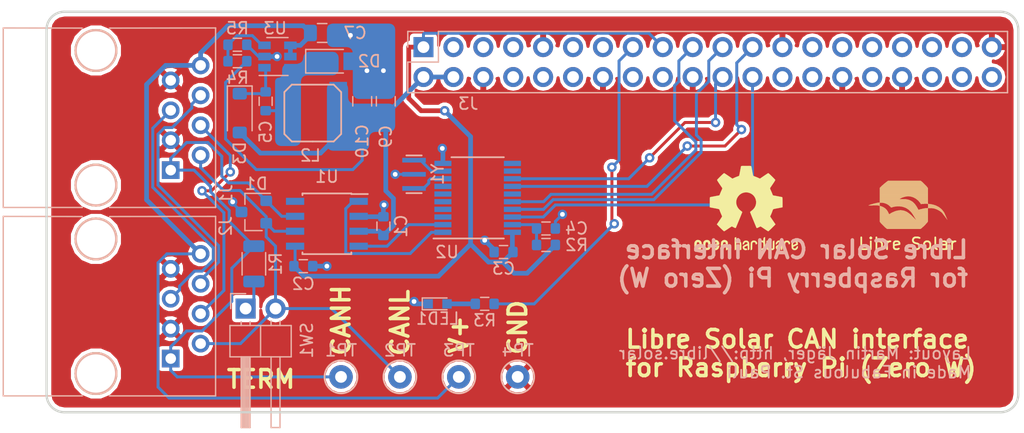
<source format=kicad_pcb>
(kicad_pcb (version 20170922) (host pcbnew "(2017-11-18 revision ff5ee05de)-makepkg")
  (layers (0 F.Cu signal) (31 B.Cu signal) (34 B.Paste user) (35 F.Paste user) (36 B.SilkS user) (37 F.SilkS user) (38 B.Mask user) (39 F.Mask user) (44 Edge.Cuts user))
  (net 0 "")
  (net 1 /CAN_H)
  (net 2 /CAN_L)
  (net 3 /CAN_V+)
  (net 4 /CAN_SHLD)
  (net 5 /RJ45_5)
  (net 6 /RJ45_4)
  (net 7 "Net-(R1-Pad1)")
  (net 8 "Net-(J3-Pad3)")
  (net 9 "Net-(J3-Pad5)")
  (net 10 "Net-(J3-Pad7)")
  (net 11 "Net-(J3-Pad8)")
  (net 12 "Net-(U1-Pad8)")
  (net 13 "Net-(J3-Pad40)")
  (net 14 "Net-(J3-Pad38)")
  (net 15 "Net-(J3-Pad37)")
  (net 16 "Net-(J3-Pad36)")
  (net 17 "Net-(J3-Pad35)")
  (net 18 "Net-(J3-Pad33)")
  (net 19 "Net-(J3-Pad32)")
  (net 20 "Net-(J3-Pad31)")
  (net 21 "Net-(J3-Pad29)")
  (net 22 "Net-(J3-Pad28)")
  (net 23 "Net-(J3-Pad27)")
  (net 24 "Net-(J3-Pad26)")
  (net 25 "Net-(J3-Pad18)")
  (net 26 "Net-(J3-Pad16)")
  (net 27 "Net-(J3-Pad13)")
  (net 28 "Net-(J3-Pad12)")
  (net 29 "Net-(J3-Pad11)")
  (net 30 "Net-(J3-Pad10)")
  (net 31 GND)
  (net 32 /SPI_CE0)
  (net 33 /SPI_SCLK)
  (net 34 /CAN_INT)
  (net 35 /SPI_MISO)
  (net 36 /SPI_MOSI)
  (net 37 +3V3)
  (net 38 /LED1)
  (net 39 +5V)
  (net 40 "Net-(C5-Pad1)")
  (net 41 "Net-(R4-Pad2)")
  (net 42 "Net-(C5-Pad2)")
  (net 43 /OSC1)
  (net 44 /OSC2)
  (net 45 "Net-(LED1-Pad2)")
  (net 46 "Net-(C4-Pad1)")
  (net 47 /RXCAN)
  (net 48 /TXCAN)
  (net 49 "Net-(U2-Pad15)")
  (net 50 /TX0BF)
  (net 51 /RX1BF)
  (net 52 /TX2RTS)
  (net 53 "Net-(U2-Pad6)")
  (net 54 /TX1RTS)
  (net 55 /TX0RTS)
  (net 56 "Net-(U2-Pad3)")
  (module Symbols:OSHW-Logo2_9.8x8mm_SilkScreen (layer F.Cu) (at 189.4 81.8)
    (fp_text reference LOGO1 hide)
    (fp_text value Logo_Open_Hardware hide)
  )
  (module LibreSolar:C_0603_1608 (layer B.Cu) (at 172.4 83.4)
    (fp_text reference C4 (at 2.6 0) (layer B.SilkS) (effects (justify mirror)))
    (fp_text value 100n)
    (pad 2 smd roundrect (at 0.8 0) (size 0.8 0.9) (layers B.Cu B.Paste B.Mask) (roundrect_rratio 0.2) (net 31 GND))
    (pad 1 smd roundrect (at -0.8 0) (size 0.8 0.9) (layers B.Cu B.Paste B.Mask) (roundrect_rratio 0.2) (net 46 "Net-(C4-Pad1)"))
  )
  (module LibreSolar:R_1206_3216 (layer B.Cu) (at 147.6 86.4 90)
    (fp_text reference R1 (at 0 1.85 270) (layer B.SilkS) (effects (justify mirror)))
    (fp_text value 120)
    (pad 1 smd roundrect (at -1.5 0 90) (size 1 1.8) (layers B.Cu B.Paste B.Mask) (roundrect_rratio 0.2) (net 7 "Net-(R1-Pad1)"))
    (pad 2 smd roundrect (at 1.5 0 90) (size 1 1.8) (layers B.Cu B.Paste B.Mask) (roundrect_rratio 0.2) (net 1 /CAN_H))
  )
  (module LibreSolar:L_WE-TPC-4818 (layer B.Cu) (at 152.6 73.6)
    (fp_text reference L2 (at -0.2 3.6) (layer B.SilkS) (effects (justify mirror)))
    (fp_text value 22uH)
    (pad 2 smd rect (at 2.159 0) (size 1.50114 5.30098) (layers B.Cu B.Paste B.Mask) (net 39 +5V))
    (pad 1 smd rect (at -2.159 0) (size 1.50114 5.30098) (layers B.Cu B.Paste B.Mask) (net 42 "Net-(C5-Pad2)"))
  )
  (module LibreSolar:C_0805_2012 (layer B.Cu) (at 153.4 66.8)
    (fp_text reference C7 (at 2.8 0) (layer B.SilkS) (effects (justify mirror)))
    (fp_text value 10u)
    (pad 1 smd roundrect (at -1 0) (size 1.1 1.4) (layers B.Cu B.Paste B.Mask) (roundrect_rratio 0.2) (net 3 /CAN_V+))
    (pad 2 smd roundrect (at 1 0) (size 1.1 1.4) (layers B.Cu B.Paste B.Mask) (roundrect_rratio 0.2) (net 31 GND))
  )
  (module LibreSolar:D_SOD-123 (layer B.Cu) (at 146.4 73.6 270)
    (fp_text reference D3 (at 3.4 0 270) (layer B.SilkS) (effects (justify mirror)))
    (fp_text value 1N4148W)
    (pad 2 smd roundrect (at 1.65 0 270) (size 1 1.2) (layers B.Cu B.Paste B.Mask) (roundrect_rratio 0.2) (net 39 +5V))
    (pad 1 smd roundrect (at -1.65 0 270) (size 1 1.2) (layers B.Cu B.Paste B.Mask) (roundrect_rratio 0.2) (net 40 "Net-(C5-Pad1)"))
  )
  (module LibreSolar:LIBRESOLAR_LOGO (layer F.Cu) (at 200.8 83.4)
    (fp_text reference N1 hide)
    (fp_text value LIBRESOLAR_LOGO hide)
    (fp_text user "Libre Solar" (at 2.3 1.3) (layer F.SilkS))
  )
  (module Pin_Headers:Pin_Header_Angled_1x02_Pitch2.54mm (layer B.Cu) (at 146.9 90.2 270)
    (fp_text reference SW1 (at 2.7 -5.2 270) (layer B.SilkS) (effects (justify mirror)))
    (fp_text value SW_SPST)
    (pad 2 thru_hole oval (at 0 -2.54 270) (size 1.7 1.7) (drill 1) (layers *.Cu *.Mask) (net 2 /CAN_L))
    (pad 1 thru_hole rect (at 0 0 270) (size 1.7 1.7) (drill 1) (layers *.Cu *.Mask) (net 7 "Net-(R1-Pad1)"))
  )
  (module Diodes_SMD:D_PowerDI-123 (layer B.Cu) (at 154.2 69.2)
    (fp_text reference D2 (at 3.2 0) (layer B.SilkS) (effects (justify mirror)))
    (fp_text value SS16FP)
    (pad 2 smd rect (at 1.525 0 180) (size 1.05 1.5) (layers B.Cu B.Paste B.Mask) (net 31 GND))
    (pad 1 smd rect (at -0.85 0 180) (size 2.4 1.5) (layers B.Cu B.Paste B.Mask) (net 42 "Net-(C5-Pad2)"))
  )
  (module Housings_SOIC:SOIC-8_3.9x4.9mm_Pitch1.27mm (layer B.Cu) (at 153.8 83 180)
    (fp_text reference U1 (at 0 4) (layer B.SilkS) (effects (justify mirror)))
    (fp_text value TJA1042T/3)
    (pad 8 smd rect (at 2.7 1.905 180) (size 1.55 0.6) (layers B.Cu B.Paste B.Mask) (net 12 "Net-(U1-Pad8)"))
    (pad 7 smd rect (at 2.7 0.635 180) (size 1.55 0.6) (layers B.Cu B.Paste B.Mask) (net 1 /CAN_H))
    (pad 6 smd rect (at 2.7 -0.635 180) (size 1.55 0.6) (layers B.Cu B.Paste B.Mask) (net 2 /CAN_L))
    (pad 5 smd rect (at 2.7 -1.905 180) (size 1.55 0.6) (layers B.Cu B.Paste B.Mask) (net 37 +3V3))
    (pad 4 smd rect (at -2.7 -1.905 180) (size 1.55 0.6) (layers B.Cu B.Paste B.Mask) (net 47 /RXCAN))
    (pad 3 smd rect (at -2.7 -0.635 180) (size 1.55 0.6) (layers B.Cu B.Paste B.Mask) (net 39 +5V))
    (pad 2 smd rect (at -2.7 0.635 180) (size 1.55 0.6) (layers B.Cu B.Paste B.Mask) (net 31 GND))
    (pad 1 smd rect (at -2.7 1.905 180) (size 1.55 0.6) (layers B.Cu B.Paste B.Mask) (net 48 /TXCAN))
  )
  (module Housings_SSOP:TSSOP-20_4.4x6.5mm_Pitch0.65mm (layer B.Cu) (at 166.6 80.8)
    (fp_text reference U2 (at -2.6 4.6) (layer B.SilkS) (effects (justify mirror)))
    (fp_text value MCP2515-I/ST)
    (pad 20 smd rect (at 2.95 2.925) (size 1.45 0.45) (layers B.Cu B.Paste B.Mask) (net 37 +3V3))
    (pad 19 smd rect (at 2.95 2.275) (size 1.45 0.45) (layers B.Cu B.Paste B.Mask) (net 46 "Net-(C4-Pad1)"))
    (pad 18 smd rect (at 2.95 1.625) (size 1.45 0.45) (layers B.Cu B.Paste B.Mask) (net 32 /SPI_CE0))
    (pad 17 smd rect (at 2.95 0.975) (size 1.45 0.45) (layers B.Cu B.Paste B.Mask) (net 35 /SPI_MISO))
    (pad 16 smd rect (at 2.95 0.325) (size 1.45 0.45) (layers B.Cu B.Paste B.Mask) (net 36 /SPI_MOSI))
    (pad 15 smd rect (at 2.95 -0.325) (size 1.45 0.45) (layers B.Cu B.Paste B.Mask) (net 49 "Net-(U2-Pad15)"))
    (pad 14 smd rect (at 2.95 -0.975) (size 1.45 0.45) (layers B.Cu B.Paste B.Mask) (net 33 /SPI_SCLK))
    (pad 13 smd rect (at 2.95 -1.625) (size 1.45 0.45) (layers B.Cu B.Paste B.Mask) (net 34 /CAN_INT))
    (pad 12 smd rect (at 2.95 -2.275) (size 1.45 0.45) (layers B.Cu B.Paste B.Mask) (net 50 /TX0BF))
    (pad 11 smd rect (at 2.95 -2.925) (size 1.45 0.45) (layers B.Cu B.Paste B.Mask) (net 51 /RX1BF))
    (pad 10 smd rect (at -2.95 -2.925) (size 1.45 0.45) (layers B.Cu B.Paste B.Mask) (net 31 GND))
    (pad 9 smd rect (at -2.95 -2.275) (size 1.45 0.45) (layers B.Cu B.Paste B.Mask) (net 43 /OSC1))
    (pad 8 smd rect (at -2.95 -1.625) (size 1.45 0.45) (layers B.Cu B.Paste B.Mask) (net 44 /OSC2))
    (pad 7 smd rect (at -2.95 -0.975) (size 1.45 0.45) (layers B.Cu B.Paste B.Mask) (net 52 /TX2RTS))
    (pad 6 smd rect (at -2.95 -0.325) (size 1.45 0.45) (layers B.Cu B.Paste B.Mask) (net 53 "Net-(U2-Pad6)"))
    (pad 5 smd rect (at -2.95 0.325) (size 1.45 0.45) (layers B.Cu B.Paste B.Mask) (net 54 /TX1RTS))
    (pad 4 smd rect (at -2.95 0.975) (size 1.45 0.45) (layers B.Cu B.Paste B.Mask) (net 55 /TX0RTS))
    (pad 3 smd rect (at -2.95 1.625) (size 1.45 0.45) (layers B.Cu B.Paste B.Mask) (net 56 "Net-(U2-Pad3)"))
    (pad 2 smd rect (at -2.95 2.275) (size 1.45 0.45) (layers B.Cu B.Paste B.Mask) (net 47 /RXCAN))
    (pad 1 smd rect (at -2.95 2.925) (size 1.45 0.45) (layers B.Cu B.Paste B.Mask) (net 48 /TXCAN))
  )
  (module LEDs:LED_0603 (layer B.Cu) (at 163.2 89.8)
    (fp_text reference LED1 (at 0 1.25) (layer B.SilkS) (effects (justify mirror)))
    (fp_text value LED)
    (pad 1 smd rect (at -0.8 0 180) (size 0.8 0.8) (layers B.Cu B.Paste B.Mask) (net 31 GND))
    (pad 2 smd rect (at 0.8 0 180) (size 0.8 0.8) (layers B.Cu B.Paste B.Mask) (net 45 "Net-(LED1-Pad2)"))
  )
  (module LibreSolar:C_0603_1608 (layer B.Cu) (at 151.8 86.6)
    (fp_text reference C2 (at 0 1.5) (layer B.SilkS) (effects (justify mirror)))
    (fp_text value 100n)
    (pad 2 smd roundrect (at 0.8 0) (size 0.8 0.9) (layers B.Cu B.Paste B.Mask) (roundrect_rratio 0.2) (net 31 GND))
    (pad 1 smd roundrect (at -0.8 0) (size 0.8 0.9) (layers B.Cu B.Paste B.Mask) (roundrect_rratio 0.2) (net 37 +3V3))
  )
  (module LibreSolar:C_0603_1608 (layer B.Cu) (at 168.8 85.4 180)
    (fp_text reference C3 (at 0 -1.4) (layer B.SilkS) (effects (justify mirror)))
    (fp_text value 100n)
    (pad 1 smd roundrect (at -0.8 0 180) (size 0.8 0.9) (layers B.Cu B.Paste B.Mask) (roundrect_rratio 0.2) (net 37 +3V3))
    (pad 2 smd roundrect (at 0.8 0 180) (size 0.8 0.9) (layers B.Cu B.Paste B.Mask) (roundrect_rratio 0.2) (net 31 GND))
  )
  (module LibreSolar:C_0603_1608 (layer B.Cu) (at 148.6 72.6 270)
    (fp_text reference C5 (at 2.6 0 270) (layer B.SilkS) (effects (justify mirror)))
    (fp_text value 100n)
    (pad 1 smd roundrect (at -0.8 0 270) (size 0.8 0.9) (layers B.Cu B.Paste B.Mask) (roundrect_rratio 0.2) (net 40 "Net-(C5-Pad1)"))
    (pad 2 smd roundrect (at 0.8 0 270) (size 0.8 0.9) (layers B.Cu B.Paste B.Mask) (roundrect_rratio 0.2) (net 42 "Net-(C5-Pad2)"))
  )
  (module LibreSolar:C_0603_1608 (layer B.Cu) (at 158.6 83.2 90)
    (fp_text reference C1 (at 0 1.5 90) (layer B.SilkS) (effects (justify mirror)))
    (fp_text value 100n)
    (pad 1 smd roundrect (at -0.8 0 90) (size 0.8 0.9) (layers B.Cu B.Paste B.Mask) (roundrect_rratio 0.2) (net 39 +5V))
    (pad 2 smd roundrect (at 0.8 0 90) (size 0.8 0.9) (layers B.Cu B.Paste B.Mask) (roundrect_rratio 0.2) (net 31 GND))
  )
  (module LibreSolar:C_0805_2012 (layer B.Cu) (at 158.8 72.6 90)
    (fp_text reference C9 (at -3 0 270) (layer B.SilkS) (effects (justify mirror)))
    (fp_text value 10u)
    (pad 2 smd roundrect (at 1 0 90) (size 1.1 1.4) (layers B.Cu B.Paste B.Mask) (roundrect_rratio 0.2) (net 31 GND))
    (pad 1 smd roundrect (at -1 0 90) (size 1.1 1.4) (layers B.Cu B.Paste B.Mask) (roundrect_rratio 0.2) (net 39 +5V))
  )
  (module LibreSolar:C_0805_2012 (layer B.Cu) (at 156.8 72.6 90)
    (fp_text reference C10 (at -3.4 0 270) (layer B.SilkS) (effects (justify mirror)))
    (fp_text value 10u)
    (pad 1 smd roundrect (at -1 0 90) (size 1.1 1.4) (layers B.Cu B.Paste B.Mask) (roundrect_rratio 0.2) (net 39 +5V))
    (pad 2 smd roundrect (at 1 0 90) (size 1.1 1.4) (layers B.Cu B.Paste B.Mask) (roundrect_rratio 0.2) (net 31 GND))
  )
  (module LibreSolar:R_0603_1608 (layer B.Cu) (at 172.4 84.8 180)
    (fp_text reference R2 (at -2.6 0) (layer B.SilkS) (effects (justify mirror)))
    (fp_text value 4.7k)
    (pad 2 smd roundrect (at 0.8 0 180) (size 0.8 0.9) (layers B.Cu B.Paste B.Mask) (roundrect_rratio 0.2) (net 46 "Net-(C4-Pad1)"))
    (pad 1 smd roundrect (at -0.8 0 180) (size 0.8 0.9) (layers B.Cu B.Paste B.Mask) (roundrect_rratio 0.2) (net 37 +3V3))
  )
  (module LibreSolar:R_0603_1608 (layer B.Cu) (at 167.2 89.8)
    (fp_text reference R3 (at 0 1.4) (layer B.SilkS) (effects (justify mirror)))
    (fp_text value 470)
    (pad 1 smd roundrect (at -0.8 0) (size 0.8 0.9) (layers B.Cu B.Paste B.Mask) (roundrect_rratio 0.2) (net 45 "Net-(LED1-Pad2)"))
    (pad 2 smd roundrect (at 0.8 0) (size 0.8 0.9) (layers B.Cu B.Paste B.Mask) (roundrect_rratio 0.2) (net 38 /LED1))
  )
  (module LibreSolar:R_0603_1608 (layer B.Cu) (at 146.2 69.2 180)
    (fp_text reference R4 (at 0 -1.4) (layer B.SilkS) (effects (justify mirror)))
    (fp_text value 52.3k)
    (pad 2 smd roundrect (at 0.8 0 180) (size 0.8 0.9) (layers B.Cu B.Paste B.Mask) (roundrect_rratio 0.2) (net 41 "Net-(R4-Pad2)"))
    (pad 1 smd roundrect (at -0.8 0 180) (size 0.8 0.9) (layers B.Cu B.Paste B.Mask) (roundrect_rratio 0.2) (net 39 +5V))
  )
  (module LibreSolar:R_0603_1608 (layer B.Cu) (at 146.2 67.8)
    (fp_text reference R5 (at 0 -1.4) (layer B.SilkS) (effects (justify mirror)))
    (fp_text value 10k)
    (pad 1 smd roundrect (at -0.8 0) (size 0.8 0.9) (layers B.Cu B.Paste B.Mask) (roundrect_rratio 0.2) (net 41 "Net-(R4-Pad2)"))
    (pad 2 smd roundrect (at 0.8 0) (size 0.8 0.9) (layers B.Cu B.Paste B.Mask) (roundrect_rratio 0.2) (net 31 GND))
  )
  (module LibreSolar:Resonator_Murata_CSTCE (layer B.Cu) (at 161.2 78.8 270)
    (fp_text reference Y1 (at 0 -2 270) (layer B.SilkS) (effects (justify mirror)))
    (fp_text value 8MHz)
    (pad 1 smd rect (at -1.2 0 270) (size 0.4 2) (layers B.Cu B.Paste B.Mask) (net 43 /OSC1))
    (pad 2 smd rect (at 1.2 0 270) (size 0.4 2) (layers B.Cu B.Paste B.Mask) (net 44 /OSC2))
    (pad 3 smd rect (at 0 0 270) (size 0.4 2) (layers B.Cu B.Paste B.Mask) (net 31 GND))
  )
  (module LibreSolar:SOT-23 (layer B.Cu) (at 147.6 82 180)
    (fp_text reference D1 (at -0.2 2.4) (layer B.SilkS) (effects (justify mirror)))
    (fp_text value NUP2105L)
    (pad 3 smd roundrect (at 1.05 0 180) (size 1 0.9) (layers B.Cu B.Paste B.Mask) (roundrect_rratio 0.2) (net 31 GND))
    (pad 2 smd roundrect (at -1.05 -0.95 180) (size 1 0.9) (layers B.Cu B.Paste B.Mask) (roundrect_rratio 0.2) (net 2 /CAN_L))
    (pad 1 smd roundrect (at -1.05 0.95 180) (size 1 0.9) (layers B.Cu B.Paste B.Mask) (roundrect_rratio 0.2) (net 1 /CAN_H))
  )
  (module LibreSolar:SOT-23-6 (layer B.Cu) (at 149.6 68.8)
    (fp_text reference U3 (at -0.2 -2.4) (layer B.SilkS) (effects (justify mirror)))
    (fp_text value MCP16301)
    (pad 1 smd rect (at -1.1 0.95) (size 1.06 0.65) (layers B.Cu B.Paste B.Mask) (net 40 "Net-(C5-Pad1)"))
    (pad 2 smd rect (at -1.1 0) (size 1.06 0.65) (layers B.Cu B.Paste B.Mask) (net 31 GND))
    (pad 3 smd rect (at -1.1 -0.95) (size 1.06 0.65) (layers B.Cu B.Paste B.Mask) (net 41 "Net-(R4-Pad2)"))
    (pad 4 smd rect (at 1.1 -0.95) (size 1.06 0.65) (layers B.Cu B.Paste B.Mask) (net 3 /CAN_V+))
    (pad 6 smd rect (at 1.1 0.95) (size 1.06 0.65) (layers B.Cu B.Paste B.Mask) (net 42 "Net-(C5-Pad2)"))
    (pad 5 smd rect (at 1.1 0) (size 1.06 0.65) (layers B.Cu B.Paste B.Mask) (net 3 /CAN_V+))
  )
  (module LibreSolar:RJ45_8P8C (layer B.Cu) (at 138 90 90)
    (fp_text reference J2 (at 6.8 7.2 270) (layer B.SilkS) (effects (justify mirror)))
    (fp_text value RJ45)
    (pad 8 thru_hole circle (at 4.445 5.08 90) (size 1.5 1.5) (drill 0.9) (layers *.Cu *.Mask) (net 3 /CAN_V+))
    (pad 7 thru_hole circle (at 3.175 2.54 90) (size 1.5 1.5) (drill 0.9) (layers *.Cu *.Mask) (net 31 GND))
    (pad 6 thru_hole circle (at 1.905 5.08 90) (size 1.5 1.5) (drill 0.9) (layers *.Cu *.Mask) (net 4 /CAN_SHLD))
    (pad 5 thru_hole circle (at 0.635 2.54 90) (size 1.5 1.5) (drill 0.9) (layers *.Cu *.Mask) (net 5 /RJ45_5))
    (pad 4 thru_hole circle (at -0.635 5.08 90) (size 1.5 1.5) (drill 0.9) (layers *.Cu *.Mask) (net 6 /RJ45_4))
    (pad 3 thru_hole circle (at -1.905 2.54 90) (size 1.5 1.5) (drill 0.9) (layers *.Cu *.Mask) (net 31 GND))
    (pad 2 thru_hole circle (at -3.175 5.08 90) (size 1.5 1.5) (drill 0.9) (layers *.Cu *.Mask) (net 2 /CAN_L))
    (pad 1 thru_hole rect (at -4.445 2.54 90) (size 1.5 1.5) (drill 0.9) (layers *.Cu *.Mask) (net 1 /CAN_H))
    (pad "" np_thru_hole circle (at -5.715 -3.81 90) (size 3.65 3.65) (drill 3.25) (layers *.Cu *.SilkS *.Mask))
    (pad "" np_thru_hole circle (at 5.715 -3.81 90) (size 3.65 3.65) (drill 3.25) (layers *.Cu *.SilkS *.Mask))
  )
  (module Pin_Headers:Pin_Header_Straight_2x20_Pitch2.54mm (layer B.Cu) (at 162 68 270)
    (fp_text reference J3 (at 4.8 -3.8) (layer B.SilkS) (effects (justify mirror)))
    (fp_text value Raspberry_Pi_2_3)
    (pad 40 thru_hole oval (at 2.54 -48.26 270) (size 1.7 1.7) (drill 1) (layers *.Cu *.Mask) (net 13 "Net-(J3-Pad40)"))
    (pad 39 thru_hole oval (at 0 -48.26 270) (size 1.7 1.7) (drill 1) (layers *.Cu *.Mask) (net 31 GND))
    (pad 38 thru_hole oval (at 2.54 -45.72 270) (size 1.7 1.7) (drill 1) (layers *.Cu *.Mask) (net 14 "Net-(J3-Pad38)"))
    (pad 37 thru_hole oval (at 0 -45.72 270) (size 1.7 1.7) (drill 1) (layers *.Cu *.Mask) (net 15 "Net-(J3-Pad37)"))
    (pad 36 thru_hole oval (at 2.54 -43.18 270) (size 1.7 1.7) (drill 1) (layers *.Cu *.Mask) (net 16 "Net-(J3-Pad36)"))
    (pad 35 thru_hole oval (at 0 -43.18 270) (size 1.7 1.7) (drill 1) (layers *.Cu *.Mask) (net 17 "Net-(J3-Pad35)"))
    (pad 34 thru_hole oval (at 2.54 -40.64 270) (size 1.7 1.7) (drill 1) (layers *.Cu *.Mask) (net 31 GND))
    (pad 33 thru_hole oval (at 0 -40.64 270) (size 1.7 1.7) (drill 1) (layers *.Cu *.Mask) (net 18 "Net-(J3-Pad33)"))
    (pad 32 thru_hole oval (at 2.54 -38.1 270) (size 1.7 1.7) (drill 1) (layers *.Cu *.Mask) (net 19 "Net-(J3-Pad32)"))
    (pad 31 thru_hole oval (at 0 -38.1 270) (size 1.7 1.7) (drill 1) (layers *.Cu *.Mask) (net 20 "Net-(J3-Pad31)"))
    (pad 30 thru_hole oval (at 2.54 -35.56 270) (size 1.7 1.7) (drill 1) (layers *.Cu *.Mask) (net 31 GND))
    (pad 29 thru_hole oval (at 0 -35.56 270) (size 1.7 1.7) (drill 1) (layers *.Cu *.Mask) (net 21 "Net-(J3-Pad29)"))
    (pad 28 thru_hole oval (at 2.54 -33.02 270) (size 1.7 1.7) (drill 1) (layers *.Cu *.Mask) (net 22 "Net-(J3-Pad28)"))
    (pad 27 thru_hole oval (at 0 -33.02 270) (size 1.7 1.7) (drill 1) (layers *.Cu *.Mask) (net 23 "Net-(J3-Pad27)"))
    (pad 26 thru_hole oval (at 2.54 -30.48 270) (size 1.7 1.7) (drill 1) (layers *.Cu *.Mask) (net 24 "Net-(J3-Pad26)"))
    (pad 25 thru_hole oval (at 0 -30.48 270) (size 1.7 1.7) (drill 1) (layers *.Cu *.Mask) (net 31 GND))
    (pad 24 thru_hole oval (at 2.54 -27.94 270) (size 1.7 1.7) (drill 1) (layers *.Cu *.Mask) (net 32 /SPI_CE0))
    (pad 23 thru_hole oval (at 0 -27.94 270) (size 1.7 1.7) (drill 1) (layers *.Cu *.Mask) (net 33 /SPI_SCLK))
    (pad 22 thru_hole oval (at 2.54 -25.4 270) (size 1.7 1.7) (drill 1) (layers *.Cu *.Mask) (net 34 /CAN_INT))
    (pad 21 thru_hole oval (at 0 -25.4 270) (size 1.7 1.7) (drill 1) (layers *.Cu *.Mask) (net 35 /SPI_MISO))
    (pad 20 thru_hole oval (at 2.54 -22.86 270) (size 1.7 1.7) (drill 1) (layers *.Cu *.Mask) (net 31 GND))
    (pad 19 thru_hole oval (at 0 -22.86 270) (size 1.7 1.7) (drill 1) (layers *.Cu *.Mask) (net 36 /SPI_MOSI))
    (pad 18 thru_hole oval (at 2.54 -20.32 270) (size 1.7 1.7) (drill 1) (layers *.Cu *.Mask) (net 25 "Net-(J3-Pad18)"))
    (pad 17 thru_hole oval (at 0 -20.32 270) (size 1.7 1.7) (drill 1) (layers *.Cu *.Mask) (net 37 +3V3))
    (pad 16 thru_hole oval (at 2.54 -17.78 270) (size 1.7 1.7) (drill 1) (layers *.Cu *.Mask) (net 26 "Net-(J3-Pad16)"))
    (pad 15 thru_hole oval (at 0 -17.78 270) (size 1.7 1.7) (drill 1) (layers *.Cu *.Mask) (net 38 /LED1))
    (pad 14 thru_hole oval (at 2.54 -15.24 270) (size 1.7 1.7) (drill 1) (layers *.Cu *.Mask) (net 31 GND))
    (pad 13 thru_hole oval (at 0 -15.24 270) (size 1.7 1.7) (drill 1) (layers *.Cu *.Mask) (net 27 "Net-(J3-Pad13)"))
    (pad 12 thru_hole oval (at 2.54 -12.7 270) (size 1.7 1.7) (drill 1) (layers *.Cu *.Mask) (net 28 "Net-(J3-Pad12)"))
    (pad 11 thru_hole oval (at 0 -12.7 270) (size 1.7 1.7) (drill 1) (layers *.Cu *.Mask) (net 29 "Net-(J3-Pad11)"))
    (pad 10 thru_hole oval (at 2.54 -10.16 270) (size 1.7 1.7) (drill 1) (layers *.Cu *.Mask) (net 30 "Net-(J3-Pad10)"))
    (pad 9 thru_hole oval (at 0 -10.16 270) (size 1.7 1.7) (drill 1) (layers *.Cu *.Mask) (net 31 GND))
    (pad 8 thru_hole oval (at 2.54 -7.62 270) (size 1.7 1.7) (drill 1) (layers *.Cu *.Mask) (net 11 "Net-(J3-Pad8)"))
    (pad 7 thru_hole oval (at 0 -7.62 270) (size 1.7 1.7) (drill 1) (layers *.Cu *.Mask) (net 10 "Net-(J3-Pad7)"))
    (pad 6 thru_hole oval (at 2.54 -5.08 270) (size 1.7 1.7) (drill 1) (layers *.Cu *.Mask) (net 31 GND))
    (pad 5 thru_hole oval (at 0 -5.08 270) (size 1.7 1.7) (drill 1) (layers *.Cu *.Mask) (net 9 "Net-(J3-Pad5)"))
    (pad 4 thru_hole oval (at 2.54 -2.54 270) (size 1.7 1.7) (drill 1) (layers *.Cu *.Mask) (net 39 +5V))
    (pad 3 thru_hole oval (at 0 -2.54 270) (size 1.7 1.7) (drill 1) (layers *.Cu *.Mask) (net 8 "Net-(J3-Pad3)"))
    (pad 2 thru_hole oval (at 2.54 0 270) (size 1.7 1.7) (drill 1) (layers *.Cu *.Mask) (net 39 +5V))
    (pad 1 thru_hole rect (at 0 0 270) (size 1.7 1.7) (drill 1) (layers *.Cu *.Mask) (net 37 +3V3))
  )
  (module Measurement_Points:Test_Point_Keystone_5000-5004_Miniature (layer B.Cu) (at 170 96)
    (fp_text reference TP4 (at 0 -2.25) (layer B.SilkS) (effects (justify mirror)))
    (fp_text value GND)
    (pad 1 thru_hole circle (at 0 0) (size 2 2) (drill 1) (layers *.Cu *.Mask) (net 31 GND))
  )
  (module Measurement_Points:Test_Point_Keystone_5000-5004_Miniature (layer B.Cu) (at 165 96)
    (fp_text reference TP3 (at 0 -2.25) (layer B.SilkS) (effects (justify mirror)))
    (fp_text value V+)
    (pad 1 thru_hole circle (at 0 0) (size 2 2) (drill 1) (layers *.Cu *.Mask) (net 3 /CAN_V+))
  )
  (module Measurement_Points:Test_Point_Keystone_5000-5004_Miniature (layer B.Cu) (at 160 96)
    (fp_text reference TP2 (at 0 -2.25) (layer B.SilkS) (effects (justify mirror)))
    (fp_text value CANL)
    (pad 1 thru_hole circle (at 0 0) (size 2 2) (drill 1) (layers *.Cu *.Mask) (net 2 /CAN_L))
  )
  (module Measurement_Points:Test_Point_Keystone_5000-5004_Miniature (layer B.Cu) (at 155 96)
    (fp_text reference TP1 (at 0 -2.25) (layer B.SilkS) (effects (justify mirror)))
    (fp_text value CANH)
    (pad 1 thru_hole circle (at 0 0) (size 2 2) (drill 1) (layers *.Cu *.Mask) (net 1 /CAN_H))
  )
  (module LibreSolar:RJ45_8P8C (layer B.Cu) (at 138 74 90)
    (fp_text reference J1 (at -6.5 7.25 270) (layer B.SilkS) (effects (justify mirror)))
    (fp_text value RJ45)
    (pad 8 thru_hole circle (at 4.445 5.08 90) (size 1.5 1.5) (drill 0.9) (layers *.Cu *.Mask) (net 3 /CAN_V+))
    (pad 7 thru_hole circle (at 3.175 2.54 90) (size 1.5 1.5) (drill 0.9) (layers *.Cu *.Mask) (net 31 GND))
    (pad 6 thru_hole circle (at 1.905 5.08 90) (size 1.5 1.5) (drill 0.9) (layers *.Cu *.Mask) (net 4 /CAN_SHLD))
    (pad 5 thru_hole circle (at 0.635 2.54 90) (size 1.5 1.5) (drill 0.9) (layers *.Cu *.Mask) (net 5 /RJ45_5))
    (pad 4 thru_hole circle (at -0.635 5.08 90) (size 1.5 1.5) (drill 0.9) (layers *.Cu *.Mask) (net 6 /RJ45_4))
    (pad 3 thru_hole circle (at -1.905 2.54 90) (size 1.5 1.5) (drill 0.9) (layers *.Cu *.Mask) (net 31 GND))
    (pad 2 thru_hole circle (at -3.175 5.08 90) (size 1.5 1.5) (drill 0.9) (layers *.Cu *.Mask) (net 2 /CAN_L))
    (pad 1 thru_hole rect (at -4.445 2.54 90) (size 1.5 1.5) (drill 0.9) (layers *.Cu *.Mask) (net 1 /CAN_H))
    (pad "" np_thru_hole circle (at -5.715 -3.81 90) (size 3.65 3.65) (drill 3.25) (layers *.Cu *.SilkS *.Mask))
    (pad "" np_thru_hole circle (at 5.715 -3.81 90) (size 3.65 3.65) (drill 3.25) (layers *.Cu *.SilkS *.Mask))
  )
  (gr_text "Libre Solar CAN interface\nfor Raspberry Pi (Zero W)" (at 208.4 86.4) (layer B.SilkS) (effects (font (size 1.5 1.5) (thickness 0.3)) (justify left mirror)))
  (gr_text TERM (at 148.2 96.2) (layer F.SilkS) (effects (font (size 1.5 1.5) (thickness 0.3))))
  (gr_arc (start 131.5 66.5) (end 131.5 65) (angle -90) (layer Edge.Cuts) (width 0.2))
  (gr_arc (start 131.5 97.5) (end 130 97.5) (angle -90) (layer Edge.Cuts) (width 0.2))
  (gr_arc (start 211 97.5) (end 211 99) (angle -90) (layer Edge.Cuts) (width 0.2))
  (gr_arc (start 211 66.5) (end 212.5 66.5) (angle -90) (layer Edge.Cuts) (width 0.2))
  (gr_text "Layout: Martin Jäger, http://libre.solar\nMade in Fabulous St. Pauli" (at 208.6 94.8) (layer B.SilkS) (effects (font (size 1 1)) (justify left mirror)))
  (gr_text "Libre Solar CAN interface\nfor Raspberry Pi (Zero W)" (at 179 94) (layer F.SilkS) (effects (font (size 1.5 1.5) (thickness 0.3)) (justify left)))
  (gr_text GND (at 170 91.8 90) (layer F.SilkS) (effects (font (size 1.5 1.5) (thickness 0.3))))
  (gr_text V+ (at 165 92.4 90) (layer F.SilkS) (effects (font (size 1.5 1.5) (thickness 0.3))))
  (gr_text CANH (at 155 91.2 90) (layer F.SilkS) (effects (font (size 1.5 1.5) (thickness 0.3))))
  (gr_text CANL (at 160 91.4 90) (layer F.SilkS) (effects (font (size 1.5 1.5) (thickness 0.3))))
  (gr_line (start 130 97.5) (end 130 66.5) (layer Edge.Cuts) (width 0.2))
  (gr_line (start 211 99) (end 131.5 99) (layer Edge.Cuts) (width 0.2))
  (gr_line (start 212.5 66.5) (end 212.5 97.5) (layer Edge.Cuts) (width 0.2))
  (gr_line (start 131.5 65) (end 211 65) (layer Edge.Cuts) (width 0.2))
  (segment (start 144.874999 78.948001) (end 144.874999 77.274999) (width 0.25) (layer B.Cu) (net 1))
  (segment (start 143.699999 76.099999) (end 141.885001 76.099999) (width 0.25) (layer B.Cu) (net 1))
  (segment (start 147.125001 79.525001) (end 145.451999 79.525001) (width 0.25) (layer B.Cu) (net 1))
  (segment (start 141.885001 76.099999) (end 140.54 77.445) (width 0.25) (layer B.Cu) (net 1))
  (segment (start 144.874999 77.274999) (end 143.699999 76.099999) (width 0.25) (layer B.Cu) (net 1))
  (segment (start 145.451999 79.525001) (end 144.874999 78.948001) (width 0.25) (layer B.Cu) (net 1))
  (segment (start 148.65 81.05) (end 147.125001 79.525001) (width 0.25) (layer B.Cu) (net 1))
  (segment (start 140.54 77.445) (end 140.54 78.445) (width 0.25) (layer B.Cu) (net 1))
  (segment (start 145.505031 82.805031) (end 145.505031 81.86862) (width 0.25) (layer B.Cu) (net 1))
  (segment (start 147.6 84.9) (end 145.505031 82.805031) (width 0.25) (layer B.Cu) (net 1))
  (segment (start 142.518004 78.445) (end 141.54 78.445) (width 0.25) (layer B.Cu) (net 1))
  (segment (start 141.54 78.445) (end 140.54 78.445) (width 0.25) (layer B.Cu) (net 1))
  (segment (start 143.925002 79.851998) (end 142.518004 78.445) (width 0.25) (layer B.Cu) (net 1))
  (segment (start 143.925002 80.288592) (end 143.925002 79.851998) (width 0.25) (layer B.Cu) (net 1))
  (segment (start 145.505031 81.86862) (end 143.925002 80.288592) (width 0.25) (layer B.Cu) (net 1))
  (segment (start 140.54 93.445) (end 140.54 94.445) (width 0.25) (layer B.Cu) (net 1))
  (segment (start 141.885001 92.099999) (end 140.54 93.445) (width 0.25) (layer B.Cu) (net 1))
  (segment (start 143.206003 92.099999) (end 141.885001 92.099999) (width 0.25) (layer B.Cu) (net 1))
  (segment (start 141.095 96) (end 140.54 95.445) (width 0.25) (layer B.Cu) (net 1))
  (segment (start 155 96) (end 141.095 96) (width 0.25) (layer B.Cu) (net 1))
  (segment (start 140.54 95.445) (end 140.54 94.445) (width 0.25) (layer B.Cu) (net 1))
  (segment (start 147.6 84.9) (end 145.724999 86.775001) (width 0.25) (layer B.Cu) (net 1))
  (segment (start 145.724999 86.775001) (end 145.724999 89.581003) (width 0.25) (layer B.Cu) (net 1))
  (segment (start 145.724999 89.581003) (end 143.206003 92.099999) (width 0.25) (layer B.Cu) (net 1))
  (segment (start 151.1 82.365) (end 149.965 82.365) (width 0.25) (layer B.Cu) (net 1))
  (segment (start 149.965 82.365) (end 148.65 81.05) (width 0.25) (layer B.Cu) (net 1))
  (segment (start 148.65 82.95) (end 148.65 82.4) (width 0.25) (layer B.Cu) (net 2))
  (segment (start 145.019354 80.175014) (end 143.08 78.23566) (width 0.25) (layer B.Cu) (net 2))
  (segment (start 143.08 78.23566) (end 143.08 77.175) (width 0.25) (layer B.Cu) (net 2))
  (segment (start 146.425014 80.175014) (end 145.019354 80.175014) (width 0.25) (layer B.Cu) (net 2))
  (segment (start 148.65 82.4) (end 146.425014 80.175014) (width 0.25) (layer B.Cu) (net 2))
  (segment (start 160 96) (end 154.2 90.2) (width 0.25) (layer B.Cu) (net 2))
  (segment (start 154.2 90.2) (end 149.44 90.2) (width 0.25) (layer B.Cu) (net 2))
  (segment (start 151.1 83.635) (end 149.335 83.635) (width 0.25) (layer B.Cu) (net 2))
  (segment (start 149.335 83.635) (end 148.65 82.95) (width 0.25) (layer B.Cu) (net 2))
  (segment (start 148.65 82.95) (end 148.65 84.115002) (width 0.25) (layer B.Cu) (net 2))
  (segment (start 148.65 84.115002) (end 149.44 84.905002) (width 0.25) (layer B.Cu) (net 2))
  (segment (start 149.44 84.905002) (end 149.44 88.997919) (width 0.25) (layer B.Cu) (net 2))
  (segment (start 149.44 88.997919) (end 149.44 90.2) (width 0.25) (layer B.Cu) (net 2))
  (segment (start 149.44 90.2) (end 146.465 93.175) (width 0.25) (layer B.Cu) (net 2))
  (segment (start 146.465 93.175) (end 143.08 93.175) (width 0.25) (layer B.Cu) (net 2))
  (segment (start 143.175 77.175) (end 143.08 77.175) (width 0.25) (layer B.Cu) (net 2))
  (segment (start 140.218998 85.555) (end 142.01934 85.555) (width 0.25) (layer B.Cu) (net 3))
  (segment (start 163.2 97.8) (end 140.4 97.8) (width 0.25) (layer B.Cu) (net 3))
  (segment (start 139.464999 86.308999) (end 140.218998 85.555) (width 0.25) (layer B.Cu) (net 3))
  (segment (start 139.464999 96.864999) (end 139.464999 86.308999) (width 0.25) (layer B.Cu) (net 3))
  (segment (start 142.01934 85.555) (end 143.08 85.555) (width 0.25) (layer B.Cu) (net 3))
  (segment (start 140.4 97.8) (end 139.464999 96.864999) (width 0.25) (layer B.Cu) (net 3))
  (segment (start 165 96) (end 163.2 97.8) (width 0.25) (layer B.Cu) (net 3))
  (segment (start 138.489977 80.964977) (end 138.489977 71.173021) (width 0.4) (layer B.Cu) (net 3))
  (segment (start 142.01934 69.555) (end 143.08 69.555) (width 0.4) (layer B.Cu) (net 3))
  (segment (start 140.107998 69.555) (end 142.01934 69.555) (width 0.4) (layer B.Cu) (net 3))
  (segment (start 138.489977 71.173021) (end 140.107998 69.555) (width 0.4) (layer B.Cu) (net 3))
  (segment (start 143.08 85.555) (end 138.489977 80.964977) (width 0.4) (layer B.Cu) (net 3))
  (segment (start 150.7 67.85) (end 150.7 68.8) (width 0.4) (layer B.Cu) (net 3))
  (segment (start 152.4 67) (end 151.55 67.85) (width 0.4) (layer B.Cu) (net 3))
  (segment (start 152.4 66.8) (end 152.4 67) (width 0.4) (layer B.Cu) (net 3))
  (segment (start 151.55 67.85) (end 150.7 67.85) (width 0.4) (layer B.Cu) (net 3))
  (segment (start 143.08 69.555) (end 143.08 68.49434) (width 0.4) (layer B.Cu) (net 3))
  (segment (start 143.08 68.49434) (end 145.386245 66.188095) (width 0.4) (layer B.Cu) (net 3))
  (segment (start 145.386245 66.188095) (end 151.788095 66.188095) (width 0.4) (layer B.Cu) (net 3))
  (segment (start 151.788095 66.188095) (end 152.4 66.8) (width 0.4) (layer B.Cu) (net 3))
  (segment (start 140.666003 74.829999) (end 140.023999 74.829999) (width 0.25) (layer B.Cu) (net 4))
  (segment (start 142.330001 73.166001) (end 140.666003 74.829999) (width 0.25) (layer B.Cu) (net 4))
  (segment (start 144.605011 84.852599) (end 144.60501 86.257402) (width 0.25) (layer B.Cu) (net 4))
  (segment (start 143.08 87.782412) (end 143.08 88.095) (width 0.25) (layer B.Cu) (net 4))
  (segment (start 144.60501 86.257402) (end 143.08 87.782412) (width 0.25) (layer B.Cu) (net 4))
  (segment (start 142.330001 72.844999) (end 142.330001 73.166001) (width 0.25) (layer B.Cu) (net 4))
  (segment (start 139.464999 75.388999) (end 139.464999 79.712587) (width 0.25) (layer B.Cu) (net 4))
  (segment (start 140.023999 74.829999) (end 139.464999 75.388999) (width 0.25) (layer B.Cu) (net 4))
  (segment (start 139.464999 79.712587) (end 144.605011 84.852599) (width 0.25) (layer B.Cu) (net 4))
  (segment (start 143.08 72.095) (end 142.330001 72.844999) (width 0.25) (layer B.Cu) (net 4))
  (segment (start 139.014988 79.898986) (end 144.155001 85.038999) (width 0.25) (layer B.Cu) (net 5))
  (segment (start 139.014988 74.890012) (end 139.014988 79.898986) (width 0.25) (layer B.Cu) (net 5))
  (segment (start 140.54 73.365) (end 139.014988 74.890012) (width 0.25) (layer B.Cu) (net 5))
  (segment (start 144.155001 85.038999) (end 144.155001 86.071001) (width 0.25) (layer B.Cu) (net 5))
  (segment (start 144.155001 86.071001) (end 143.206003 87.019999) (width 0.25) (layer B.Cu) (net 5))
  (segment (start 143.206003 87.019999) (end 142.563999 87.019999) (width 0.25) (layer B.Cu) (net 5))
  (segment (start 142.563999 87.019999) (end 141.289999 88.293999) (width 0.25) (layer B.Cu) (net 5))
  (segment (start 141.289999 88.293999) (end 141.289999 88.615001) (width 0.25) (layer B.Cu) (net 5))
  (segment (start 141.289999 88.615001) (end 140.54 89.365) (width 0.25) (layer B.Cu) (net 5))
  (segment (start 143.08 74.68) (end 145.6 77.2) (width 0.25) (layer B.Cu) (net 6))
  (segment (start 143.08 74.635) (end 143.08 74.68) (width 0.25) (layer B.Cu) (net 6))
  (segment (start 145.6 77.2) (end 145.6 78.034315) (width 0.25) (layer B.Cu) (net 6))
  (segment (start 145.6 78.034315) (end 145.6 78.6) (width 0.25) (layer B.Cu) (net 6))
  (segment (start 143.2 80.2) (end 144 80.2) (width 0.25) (layer F.Cu) (net 6))
  (segment (start 144 80.2) (end 145.200001 78.999999) (width 0.25) (layer F.Cu) (net 6))
  (via (at 145.6 78.6) (size 0.8) (drill 0.4) (layers F.Cu B.Cu) (net 6))
  (segment (start 145.200001 78.999999) (end 145.6 78.6) (width 0.25) (layer F.Cu) (net 6))
  (segment (start 143.08 90.635) (end 145.05502 88.65998) (width 0.25) (layer B.Cu) (net 6))
  (segment (start 145.05502 88.65998) (end 145.05502 82.05502) (width 0.25) (layer B.Cu) (net 6))
  (segment (start 145.05502 82.05502) (end 143.2 80.2) (width 0.25) (layer B.Cu) (net 6))
  (via (at 143.2 80.2) (size 0.8) (drill 0.4) (layers F.Cu B.Cu) (net 6))
  (segment (start 147.6 87.9) (end 147.6 89.5) (width 0.25) (layer B.Cu) (net 7))
  (segment (start 147.6 89.5) (end 146.9 90.2) (width 0.25) (layer B.Cu) (net 7))
  (segment (start 173.2 82.8) (end 173.8 82.2) (width 0.25) (layer B.Cu) (net 31))
  (segment (start 173.2 83.4) (end 173.2 82.8) (width 0.25) (layer B.Cu) (net 31))
  (via (at 173.8 82.2) (size 0.8) (drill 0.4) (layers F.Cu B.Cu) (net 31))
  (segment (start 168 85.2) (end 167.2 84.4) (width 0.4) (layer B.Cu) (net 31))
  (segment (start 168 85.4) (end 168 85.2) (width 0.4) (layer B.Cu) (net 31))
  (via (at 167.2 84.4) (size 0.8) (drill 0.4) (layers F.Cu B.Cu) (net 31))
  (segment (start 161.4 89.8) (end 161.2 89.6) (width 0.4) (layer B.Cu) (net 31))
  (segment (start 162.4 89.8) (end 161.4 89.8) (width 0.4) (layer B.Cu) (net 31))
  (via (at 161.2 89.6) (size 0.8) (drill 0.4) (layers F.Cu B.Cu) (net 31))
  (via (at 145.800875 81.139144) (size 0.8) (drill 0.4) (layers F.Cu B.Cu) (net 31))
  (segment (start 146.55 82) (end 145.800875 81.250875) (width 0.25) (layer B.Cu) (net 31))
  (segment (start 145.800875 81.250875) (end 145.800875 81.139144) (width 0.25) (layer B.Cu) (net 31))
  (segment (start 152.6 86.6) (end 153.8 86.6) (width 0.4) (layer B.Cu) (net 31))
  (via (at 153.8 86.6) (size 0.8) (drill 0.4) (layers F.Cu B.Cu) (net 31))
  (segment (start 163.65 76.65) (end 163.6 76.6) (width 0.4) (layer B.Cu) (net 31))
  (segment (start 163.65 77.875) (end 163.65 76.65) (width 0.4) (layer B.Cu) (net 31))
  (via (at 163.6 76.6) (size 0.8) (drill 0.4) (layers F.Cu B.Cu) (net 31))
  (via (at 159.60001 78.8) (size 0.8) (drill 0.4) (layers F.Cu B.Cu) (net 31))
  (segment (start 161.2 78.8) (end 159.60001 78.8) (width 0.25) (layer B.Cu) (net 31))
  (segment (start 158.6 82.4) (end 158.6 81.45) (width 0.4) (layer B.Cu) (net 31))
  (segment (start 158.6 81.45) (end 158.65 81.4) (width 0.4) (layer B.Cu) (net 31))
  (via (at 158.65 81.4) (size 0.8) (drill 0.4) (layers F.Cu B.Cu) (net 31))
  (segment (start 158.6 82.4) (end 156.535 82.4) (width 0.4) (layer B.Cu) (net 31))
  (segment (start 156.535 82.4) (end 156.5 82.365) (width 0.4) (layer B.Cu) (net 31))
  (segment (start 155.725 69.2) (end 156.4 69.2) (width 0.4) (layer B.Cu) (net 31))
  (segment (start 156.4 69.2) (end 157.2 70) (width 0.4) (layer B.Cu) (net 31))
  (via (at 158.6 70) (size 0.8) (drill 0.4) (layers F.Cu B.Cu) (net 31))
  (via (at 157.2 70) (size 0.8) (drill 0.4) (layers F.Cu B.Cu) (net 31))
  (via (at 155.8 67) (size 0.8) (drill 0.4) (layers F.Cu B.Cu) (net 31))
  (segment (start 148.5 68.8) (end 149.569998 68.8) (width 0.4) (layer B.Cu) (net 31))
  (via (at 149.569998 68.8) (size 0.8) (drill 0.4) (layers F.Cu B.Cu) (net 31))
  (segment (start 147 67.8) (end 148 68.8) (width 0.25) (layer B.Cu) (net 31))
  (segment (start 148 68.8) (end 148.5 68.8) (width 0.25) (layer B.Cu) (net 31))
  (segment (start 187.8 81.4) (end 189.94 79.26) (width 0.25) (layer B.Cu) (net 32))
  (segment (start 173.2 81.4) (end 187.8 81.4) (width 0.25) (layer B.Cu) (net 32))
  (segment (start 169.55 82.425) (end 172.175 82.425) (width 0.25) (layer B.Cu) (net 32))
  (segment (start 172.175 82.425) (end 173.2 81.4) (width 0.25) (layer B.Cu) (net 32))
  (segment (start 189.94 79.26) (end 189.94 71.742081) (width 0.25) (layer B.Cu) (net 32))
  (segment (start 189.94 71.742081) (end 189.94 70.54) (width 0.25) (layer B.Cu) (net 32))
  (segment (start 188.600001 75.399999) (end 189 75) (width 0.25) (layer F.Cu) (net 33))
  (segment (start 187.6 76.4) (end 188.600001 75.399999) (width 0.25) (layer F.Cu) (net 33))
  (segment (start 184.4 76.4) (end 187.6 76.4) (width 0.25) (layer F.Cu) (net 33))
  (segment (start 189 75) (end 188.600001 74.600001) (width 0.25) (layer B.Cu) (net 33))
  (segment (start 188.600001 74.600001) (end 188.600001 69.339999) (width 0.25) (layer B.Cu) (net 33))
  (segment (start 188.600001 69.339999) (end 189.090001 68.849999) (width 0.25) (layer B.Cu) (net 33))
  (segment (start 189.090001 68.849999) (end 189.94 68) (width 0.25) (layer B.Cu) (net 33))
  (via (at 189 75) (size 0.8) (drill 0.4) (layers F.Cu B.Cu) (net 33))
  (segment (start 169.55 79.825) (end 180.975 79.825) (width 0.25) (layer B.Cu) (net 33))
  (segment (start 180.975 79.825) (end 184.4 76.4) (width 0.25) (layer B.Cu) (net 33))
  (via (at 184.4 76.4) (size 0.8) (drill 0.4) (layers F.Cu B.Cu) (net 33))
  (segment (start 186.8 74.4) (end 186.8 71.14) (width 0.25) (layer B.Cu) (net 34))
  (segment (start 186.8 71.14) (end 187.4 70.54) (width 0.25) (layer B.Cu) (net 34))
  (segment (start 181.2 77.4) (end 184.2 74.4) (width 0.25) (layer F.Cu) (net 34))
  (segment (start 184.2 74.4) (end 186.8 74.4) (width 0.25) (layer F.Cu) (net 34))
  (via (at 186.8 74.4) (size 0.8) (drill 0.4) (layers F.Cu B.Cu) (net 34))
  (segment (start 179.425 79.175) (end 181.2 77.4) (width 0.25) (layer B.Cu) (net 34))
  (segment (start 169.55 79.175) (end 179.425 79.175) (width 0.25) (layer B.Cu) (net 34))
  (via (at 181.2 77.4) (size 0.8) (drill 0.4) (layers F.Cu B.Cu) (net 34))
  (segment (start 185.175013 71.963989) (end 186.224999 70.914003) (width 0.25) (layer B.Cu) (net 35))
  (segment (start 186.224999 70.914003) (end 186.224999 69.175001) (width 0.25) (layer B.Cu) (net 35))
  (segment (start 185.575013 75.865598) (end 185.175013 75.465598) (width 0.25) (layer B.Cu) (net 35))
  (segment (start 169.55 81.775) (end 172.188589 81.775) (width 0.25) (layer B.Cu) (net 35))
  (segment (start 185.175013 75.465598) (end 185.175013 71.963989) (width 0.25) (layer B.Cu) (net 35))
  (segment (start 186.550001 68.849999) (end 187.4 68) (width 0.25) (layer B.Cu) (net 35))
  (segment (start 185.575013 76.934402) (end 185.575013 75.865598) (width 0.25) (layer B.Cu) (net 35))
  (segment (start 173.0136 80.949989) (end 181.559426 80.949989) (width 0.25) (layer B.Cu) (net 35))
  (segment (start 186.224999 69.175001) (end 186.550001 68.849999) (width 0.25) (layer B.Cu) (net 35))
  (segment (start 181.559426 80.949989) (end 185.575013 76.934402) (width 0.25) (layer B.Cu) (net 35))
  (segment (start 172.188589 81.775) (end 173.0136 80.949989) (width 0.25) (layer B.Cu) (net 35))
  (segment (start 183.684999 69.175001) (end 184.010001 68.849999) (width 0.25) (layer B.Cu) (net 36))
  (segment (start 169.55 81.125) (end 172.202178 81.125) (width 0.25) (layer B.Cu) (net 36))
  (segment (start 172.202178 81.125) (end 172.8272 80.499978) (width 0.25) (layer B.Cu) (net 36))
  (segment (start 172.8272 80.499978) (end 181.373026 80.499978) (width 0.25) (layer B.Cu) (net 36))
  (segment (start 183.325002 74.251998) (end 183.325002 71.274) (width 0.25) (layer B.Cu) (net 36))
  (segment (start 183.684999 70.914003) (end 183.684999 69.175001) (width 0.25) (layer B.Cu) (net 36))
  (segment (start 185.125002 76.051998) (end 183.325002 74.251998) (width 0.25) (layer B.Cu) (net 36))
  (segment (start 183.325002 71.274) (end 183.684999 70.914003) (width 0.25) (layer B.Cu) (net 36))
  (segment (start 181.373026 80.499978) (end 185.125002 76.748002) (width 0.25) (layer B.Cu) (net 36))
  (segment (start 185.125002 76.748002) (end 185.125002 76.051998) (width 0.25) (layer B.Cu) (net 36))
  (segment (start 184.010001 68.849999) (end 184.86 68) (width 0.25) (layer B.Cu) (net 36))
  (segment (start 169.69998 87.2) (end 170.8 87.2) (width 0.4) (layer B.Cu) (net 37))
  (segment (start 168.74999 86.25001) (end 169.69998 87.2) (width 0.4) (layer B.Cu) (net 37))
  (segment (start 170.8 87.2) (end 173.2 84.8) (width 0.4) (layer B.Cu) (net 37))
  (segment (start 182.32 68) (end 181.144999 66.824999) (width 0.25) (layer B.Cu) (net 37))
  (segment (start 181.144999 66.824999) (end 162.075001 66.824999) (width 0.25) (layer B.Cu) (net 37))
  (segment (start 162.075001 66.824999) (end 162 66.9) (width 0.25) (layer B.Cu) (net 37))
  (segment (start 162 66.9) (end 162 68) (width 0.25) (layer B.Cu) (net 37))
  (segment (start 169.55 83.725) (end 169.55 85.35) (width 0.4) (layer B.Cu) (net 37))
  (segment (start 169.55 85.35) (end 169.6 85.4) (width 0.4) (layer B.Cu) (net 37))
  (segment (start 151 86.6) (end 151.85001 87.45001) (width 0.4) (layer B.Cu) (net 37))
  (segment (start 151.85001 87.45001) (end 163.271966 87.45001) (width 0.4) (layer B.Cu) (net 37))
  (segment (start 163.271966 87.45001) (end 166 84.721976) (width 0.4) (layer B.Cu) (net 37))
  (segment (start 166 84.721976) (end 167.528034 86.25001) (width 0.4) (layer B.Cu) (net 37))
  (segment (start 166 75.6) (end 166 84.721976) (width 0.4) (layer B.Cu) (net 37))
  (segment (start 167.528034 86.25001) (end 168.74999 86.25001) (width 0.4) (layer B.Cu) (net 37))
  (segment (start 168.74999 86.25001) (end 169.154061 85.845939) (width 0.4) (layer B.Cu) (net 37))
  (segment (start 169.154061 85.845939) (end 169.6 85.4) (width 0.4) (layer B.Cu) (net 37))
  (segment (start 163.8 73.4) (end 166 75.6) (width 0.4) (layer B.Cu) (net 37))
  (segment (start 161.8 73.4) (end 163.8 73.4) (width 0.4) (layer F.Cu) (net 37))
  (segment (start 160.749999 72.349999) (end 161.8 73.4) (width 0.4) (layer F.Cu) (net 37))
  (via (at 163.8 73.4) (size 0.8) (drill 0.4) (layers F.Cu B.Cu) (net 37))
  (segment (start 162 68) (end 160.749999 68.000001) (width 0.4) (layer F.Cu) (net 37))
  (segment (start 160.749999 68.000001) (end 160.749999 72.349999) (width 0.4) (layer F.Cu) (net 37))
  (segment (start 151.1 84.905) (end 151.1 86.5) (width 0.25) (layer B.Cu) (net 37))
  (segment (start 151.1 86.5) (end 151 86.6) (width 0.25) (layer B.Cu) (net 37))
  (segment (start 178.2 83) (end 171.4 89.8) (width 0.25) (layer B.Cu) (net 38))
  (segment (start 171.4 89.8) (end 168 89.8) (width 0.25) (layer B.Cu) (net 38))
  (segment (start 178 82.8) (end 178.2 83) (width 0.25) (layer F.Cu) (net 38))
  (segment (start 178 78.2) (end 178 82.8) (width 0.25) (layer F.Cu) (net 38))
  (via (at 178.2 83) (size 0.8) (drill 0.4) (layers F.Cu B.Cu) (net 38))
  (segment (start 178.604999 69.175001) (end 178.604999 77.595001) (width 0.25) (layer B.Cu) (net 38))
  (segment (start 179.78 68) (end 178.604999 69.175001) (width 0.25) (layer B.Cu) (net 38))
  (segment (start 178.604999 77.595001) (end 178 78.2) (width 0.25) (layer B.Cu) (net 38))
  (via (at 178 78.2) (size 0.8) (drill 0.4) (layers F.Cu B.Cu) (net 38))
  (segment (start 145.2 71) (end 146.554061 69.645939) (width 0.25) (layer B.Cu) (net 39))
  (segment (start 145.2 75.8) (end 145.2 71) (width 0.25) (layer B.Cu) (net 39))
  (segment (start 147.8 78.4) (end 145.2 75.8) (width 0.25) (layer B.Cu) (net 39))
  (segment (start 156 78.4) (end 147.8 78.4) (width 0.25) (layer B.Cu) (net 39))
  (segment (start 156.8 73.6) (end 156.8 77.6) (width 0.25) (layer B.Cu) (net 39))
  (segment (start 156.8 77.6) (end 156 78.4) (width 0.25) (layer B.Cu) (net 39))
  (segment (start 146.554061 69.645939) (end 147 69.2) (width 0.25) (layer B.Cu) (net 39))
  (segment (start 158.6 84) (end 159.45001 83.14999) (width 0.4) (layer B.Cu) (net 39))
  (segment (start 159.45001 83.14999) (end 159.45001 80.85001) (width 0.4) (layer B.Cu) (net 39))
  (segment (start 159.45001 80.85001) (end 158.8 80.2) (width 0.4) (layer B.Cu) (net 39))
  (segment (start 158.8 74.25) (end 158.8 73.6) (width 0.4) (layer B.Cu) (net 39))
  (segment (start 158.8 80.2) (end 158.8 74.25) (width 0.4) (layer B.Cu) (net 39))
  (segment (start 156.5 83.635) (end 158.235 83.635) (width 0.4) (layer B.Cu) (net 39))
  (segment (start 158.235 83.635) (end 158.6 84) (width 0.4) (layer B.Cu) (net 39))
  (segment (start 148.15 77) (end 153.25892 77) (width 0.4) (layer B.Cu) (net 39))
  (segment (start 146.4 75.25) (end 148.15 77) (width 0.4) (layer B.Cu) (net 39))
  (segment (start 153.25892 77) (end 154.759 75.49992) (width 0.4) (layer B.Cu) (net 39))
  (segment (start 154.759 75.49992) (end 154.759 73.6) (width 0.4) (layer B.Cu) (net 39))
  (segment (start 164.54 70.54) (end 162 70.54) (width 0.4) (layer B.Cu) (net 39))
  (segment (start 162 70.54) (end 158.94 73.6) (width 0.4) (layer B.Cu) (net 39))
  (segment (start 158.94 73.6) (end 158.8 73.6) (width 0.4) (layer B.Cu) (net 39))
  (segment (start 156.8 73.6) (end 158.8 73.6) (width 0.4) (layer B.Cu) (net 39))
  (segment (start 146.4 71.95) (end 148.45 71.95) (width 0.25) (layer B.Cu) (net 40))
  (segment (start 148.45 71.95) (end 148.6 71.8) (width 0.25) (layer B.Cu) (net 40))
  (segment (start 148.6 71.8) (end 148.6 69.85) (width 0.25) (layer B.Cu) (net 40))
  (segment (start 148.6 69.85) (end 148.5 69.75) (width 0.25) (layer B.Cu) (net 40))
  (segment (start 145.4 67.8) (end 145.4 69.2) (width 0.25) (layer B.Cu) (net 41))
  (segment (start 148.5 67.85) (end 148.295 67.85) (width 0.25) (layer B.Cu) (net 41))
  (segment (start 148.295 67.85) (end 147.46999 67.02499) (width 0.25) (layer B.Cu) (net 41))
  (segment (start 147.46999 67.02499) (end 146.17501 67.02499) (width 0.25) (layer B.Cu) (net 41))
  (segment (start 146.17501 67.02499) (end 145.845939 67.354061) (width 0.25) (layer B.Cu) (net 41))
  (segment (start 145.845939 67.354061) (end 145.4 67.8) (width 0.25) (layer B.Cu) (net 41))
  (segment (start 148.6 73.4) (end 150.241 73.4) (width 0.25) (layer B.Cu) (net 42))
  (segment (start 150.241 73.4) (end 150.441 73.6) (width 0.25) (layer B.Cu) (net 42))
  (segment (start 163.65 78.525) (end 162.675 78.525) (width 0.25) (layer B.Cu) (net 43))
  (segment (start 162.675 78.525) (end 161.75 77.6) (width 0.25) (layer B.Cu) (net 43))
  (segment (start 161.75 77.6) (end 161.2 77.6) (width 0.25) (layer B.Cu) (net 43))
  (segment (start 163.65 79.175) (end 162.610002 79.175) (width 0.25) (layer B.Cu) (net 44))
  (segment (start 162.610002 79.175) (end 162.45 79.335002) (width 0.25) (layer B.Cu) (net 44))
  (segment (start 162.45 79.335002) (end 162.45 79.55) (width 0.25) (layer B.Cu) (net 44))
  (segment (start 162.45 79.55) (end 162 80) (width 0.25) (layer B.Cu) (net 44))
  (segment (start 162 80) (end 161.2 80) (width 0.25) (layer B.Cu) (net 44))
  (segment (start 164 89.8) (end 166.4 89.8) (width 0.4) (layer B.Cu) (net 45))
  (segment (start 171.6 83.4) (end 171.6 84.8) (width 0.25) (layer B.Cu) (net 46))
  (segment (start 169.55 83.075) (end 171.275 83.075) (width 0.25) (layer B.Cu) (net 46))
  (segment (start 171.275 83.075) (end 171.6 83.4) (width 0.25) (layer B.Cu) (net 46))
  (segment (start 163.65 83.075) (end 160.74091 83.075) (width 0.25) (layer B.Cu) (net 47))
  (segment (start 160.74091 83.075) (end 158.91091 84.905) (width 0.25) (layer B.Cu) (net 47))
  (segment (start 158.91091 84.905) (end 157.525 84.905) (width 0.25) (layer B.Cu) (net 47))
  (segment (start 157.525 84.905) (end 156.5 84.905) (width 0.25) (layer B.Cu) (net 47))
  (segment (start 156.5 81.095) (end 156.025 81.095) (width 0.25) (layer B.Cu) (net 48))
  (segment (start 156.025 81.095) (end 155.399999 81.720001) (width 0.25) (layer B.Cu) (net 48))
  (segment (start 155.399999 81.720001) (end 155.399999 85.465001) (width 0.25) (layer B.Cu) (net 48))
  (segment (start 155.399999 85.465001) (end 155.464999 85.530001) (width 0.25) (layer B.Cu) (net 48))
  (segment (start 155.464999 85.530001) (end 160.869999 85.530001) (width 0.25) (layer B.Cu) (net 48))
  (segment (start 160.869999 85.530001) (end 162.675 83.725) (width 0.25) (layer B.Cu) (net 48))
  (segment (start 162.675 83.725) (end 163.65 83.725) (width 0.25) (layer B.Cu) (net 48))
  (zone (net 31) (net_name GND) (layer F.Cu) (connect_pads (clearance 0.3)) (min_thickness 0.254) (fill yes (arc_segments 16) (thermal_gap 0.3) (thermal_bridge_width 0.5))
    (polygon (pts (xy 129 64) (xy 213 64) (xy 213 100) (xy 129 100)))
  )
  (zone (net 39) (net_name +5V) (layer B.Cu) (connect_pads yes (clearance 0.3)) (min_thickness 0.254) (fill yes (arc_segments 16) (thermal_gap 0.508) (thermal_bridge_width 0.508) (smoothing fillet) (radius 0.5))
    (polygon (pts (xy 159.6 72.8) (xy 155.6 72.8) (xy 155.6 71) (xy 153.8 71) (xy 153.8 76.8) (xy 157.4 76.8) (xy 157.4 75.2) (xy 159.6 75.2)))
  )
  (zone (net 42) (net_name "Net-(C5-Pad2)") (layer B.Cu) (connect_pads yes (clearance 0.3)) (min_thickness 0.254) (fill yes (arc_segments 16) (thermal_gap 0.508) (thermal_bridge_width 0.508) (smoothing fillet) (radius 0.5))
    (polygon (pts (xy 154.8 68.4) (xy 151.8 68.4) (xy 151.8 69.4) (xy 150 69.4) (xy 150 70.6) (xy 149.4 70.6) (xy 149.4 76.4) (xy 151.6 76.4) (xy 151.6 70.4) (xy 154.8 70.4)))
  )
  (zone (net 31) (net_name GND) (layer B.Cu) (connect_pads yes (clearance 0.3)) (min_thickness 0.254) (fill yes (arc_segments 16) (thermal_gap 0.508) (thermal_bridge_width 0.508) (smoothing fillet) (radius 0.5))
    (polygon (pts (xy 159.6 72.4) (xy 156 72.4) (xy 156 68) (xy 153.8 68) (xy 153.8 66) (xy 159.6 66)))
  )
)
</source>
